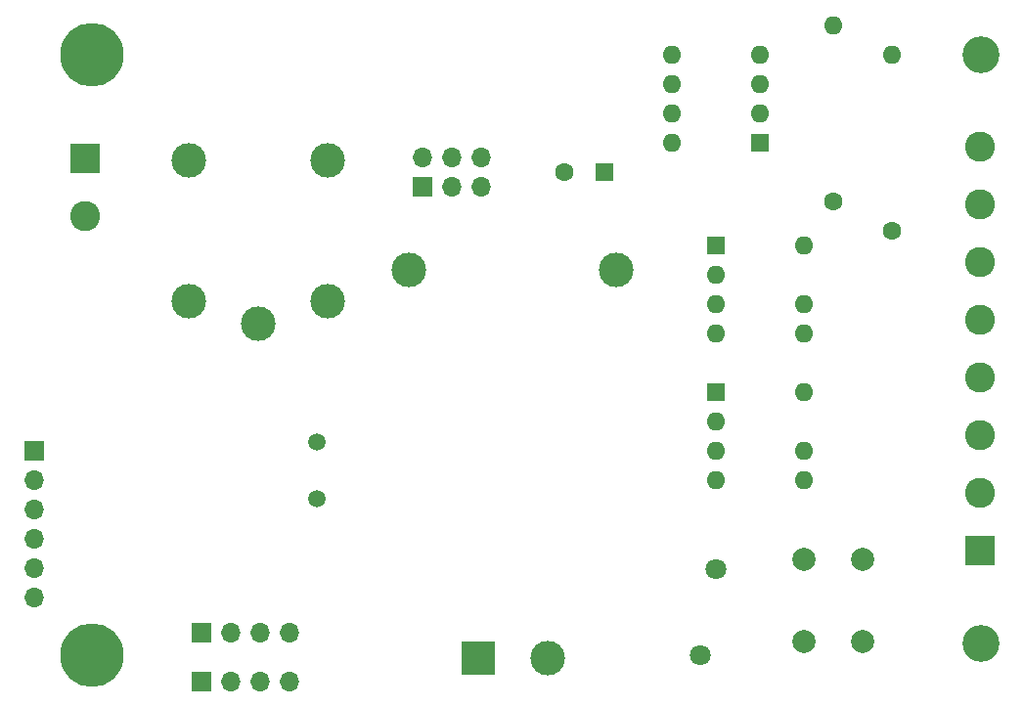
<source format=gbr>
%TF.GenerationSoftware,KiCad,Pcbnew,7.0.1+dfsg-1*%
%TF.CreationDate,2024-08-17T23:40:16+03:00*%
%TF.ProjectId,OpenEVSE_mod,4f70656e-4556-4534-955f-6d6f642e6b69,rev?*%
%TF.SameCoordinates,PX9d5b340PY54e0840*%
%TF.FileFunction,Soldermask,Top*%
%TF.FilePolarity,Negative*%
%FSLAX46Y46*%
G04 Gerber Fmt 4.6, Leading zero omitted, Abs format (unit mm)*
G04 Created by KiCad (PCBNEW 7.0.1+dfsg-1) date 2024-08-17 23:40:16*
%MOMM*%
%LPD*%
G01*
G04 APERTURE LIST*
%ADD10R,1.700000X1.700000*%
%ADD11O,1.700000X1.700000*%
%ADD12C,1.500000*%
%ADD13C,5.500000*%
%ADD14C,3.600000*%
%ADD15C,3.200000*%
%ADD16R,2.600000X2.600000*%
%ADD17C,2.600000*%
%ADD18O,1.600000X1.600000*%
%ADD19R,1.600000X1.600000*%
%ADD20C,1.800000*%
%ADD21C,1.600000*%
%ADD22C,3.000000*%
%ADD23R,3.000000X3.000000*%
%ADD24C,2.000000*%
G04 APERTURE END LIST*
D10*
%TO.C,J6*%
X16483000Y1751000D03*
D11*
X19023000Y1751000D03*
X21563000Y1751000D03*
X24103000Y1751000D03*
%TD*%
D12*
%TO.C,Y1*%
X26516000Y22452000D03*
X26516000Y17572000D03*
%TD*%
D13*
%TO.C,H4*%
X7000000Y56000000D03*
D14*
X7000000Y56000000D03*
%TD*%
D15*
%TO.C,H2*%
X84000000Y5000000D03*
%TD*%
%TO.C,H1*%
X84000000Y56000000D03*
%TD*%
D16*
%TO.C,J4*%
X6450000Y47010000D03*
D17*
X6450000Y42010000D03*
%TD*%
D18*
%TO.C,U5*%
X57240000Y48360000D03*
X57240000Y50900000D03*
X57240000Y53440000D03*
X57240000Y55980000D03*
X64860000Y55980000D03*
X64860000Y53440000D03*
X64860000Y50900000D03*
D19*
X64860000Y48360000D03*
%TD*%
D18*
%TO.C,U4*%
X68680000Y39460000D03*
X68680000Y34380000D03*
X68680000Y31840000D03*
X61060000Y31840000D03*
X61060000Y34380000D03*
X61060000Y36920000D03*
D19*
X61060000Y39460000D03*
%TD*%
%TO.C,U3*%
X61060000Y26760000D03*
D18*
X61060000Y24220000D03*
X61060000Y21680000D03*
X61060000Y19140000D03*
X68680000Y19140000D03*
X68680000Y21680000D03*
X68680000Y26760000D03*
%TD*%
D20*
%TO.C,RV1*%
X61060000Y11470000D03*
X59660000Y3970000D03*
%TD*%
D21*
%TO.C,R7*%
X71220000Y43280000D03*
D18*
X71220000Y58520000D03*
%TD*%
%TO.C,R6*%
X76300000Y55980000D03*
D21*
X76300000Y40740000D03*
%TD*%
D22*
%TO.C,PS1*%
X52422500Y37362500D03*
X34422500Y37362500D03*
X46422500Y3762500D03*
D23*
X40422500Y3762500D03*
%TD*%
D22*
%TO.C,K1*%
X21405000Y32690000D03*
X15405000Y46890000D03*
X27405000Y46890000D03*
X27405000Y34690000D03*
X15405000Y34690000D03*
%TD*%
D16*
%TO.C,J5*%
X83920000Y13080000D03*
D17*
X83920000Y18080000D03*
X83920000Y23080000D03*
X83920000Y28080000D03*
X83920000Y33080000D03*
X83920000Y38080000D03*
X83920000Y43080000D03*
X83920000Y48080000D03*
%TD*%
D11*
%TO.C,J3*%
X2005000Y8990000D03*
X2005000Y11530000D03*
X2005000Y14070000D03*
X2005000Y16610000D03*
X2005000Y19150000D03*
D10*
X2005000Y21690000D03*
%TD*%
D11*
%TO.C,J2*%
X24103000Y5942000D03*
X21563000Y5942000D03*
X19023000Y5942000D03*
D10*
X16483000Y5942000D03*
%TD*%
D11*
%TO.C,J1*%
X40740000Y47090000D03*
X40740000Y44550000D03*
X38200000Y47090000D03*
X38200000Y44550000D03*
X35660000Y47090000D03*
D10*
X35660000Y44550000D03*
%TD*%
D13*
%TO.C,H3*%
X7000000Y4000000D03*
D14*
X7000000Y4000000D03*
%TD*%
D24*
%TO.C,F2*%
X73760000Y12292000D03*
X68680000Y12302000D03*
%TD*%
%TO.C,F1*%
X73760000Y5180000D03*
X68680000Y5190000D03*
%TD*%
D21*
%TO.C,C6*%
X47908000Y45820000D03*
D19*
X51408000Y45820000D03*
%TD*%
M02*

</source>
